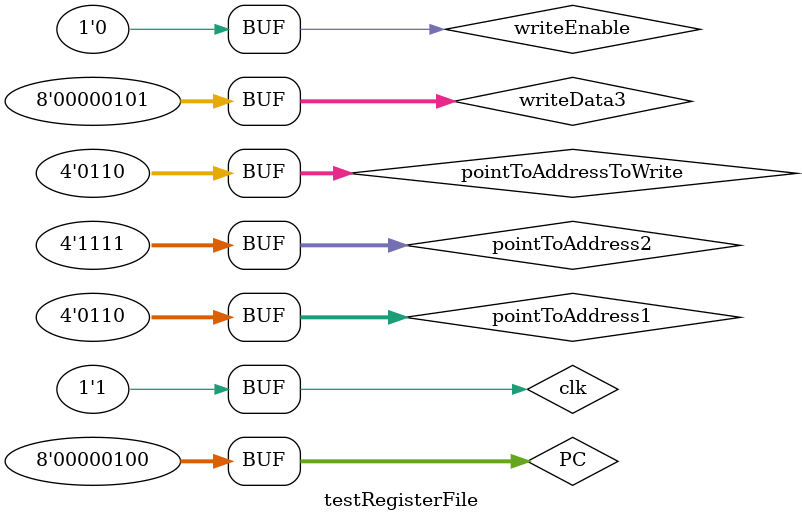
<source format=sv>
module testRegisterFile();
	
	logic clk, writeEnable;
	logic [3:0] pointToAddress1, pointToAddress2, pointToAddressToWrite;
	logic [7:0] writeData3, PC;
	logic [7:0] readData1, readData2;

	
	regfile registerFile(clk, writeEnable, 
								pointToAddress1, pointToAddress2, pointToAddressToWrite,
								writeData3, PC,
								readData1, readData2);
						
	//Creacion de un reloj
	always begin
		clk = 0; #5; clk=~clk; #5;
	end
	
	
	initial begin	
		#5;
	 
		// Ejemplo 1: MOV R3, #9 
		// Escritura (secuencial)
		pointToAddressToWrite = 4'd3; writeData3 = 8'd9; writeEnable = 1; #6; writeEnable = 0; #4;
		
		// Ejemplo 2: MOV R6, #1 
		pointToAddressToWrite = 4'd6; writeData3 = 8'd5; writeEnable = 1; #6; writeEnable = 0; #4;
		
		// Ejemplo 3: ADD R4, R3, R9
		// Lectura (combinacional)
		pointToAddress1 = 4'd3;
		pointToAddress2 = 4'd6; #10;
		
		// Ejemplo 4: B salto
		pointToAddress1 = 4'd6;  // Suponer un salto de 5 espacios
		PC = 16'd4;              // Suponer PC = 4
		pointToAddress2 = 4'd15; #10; // Apuntar a R15 para obtener la posicion actual del PC
		
	end
																
endmodule

</source>
